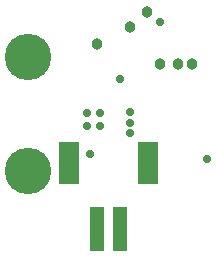
<source format=gbs>
G04*
G04 #@! TF.GenerationSoftware,Altium Limited,Altium Designer,19.1.6 (110)*
G04*
G04 Layer_Color=16711935*
%FSLAX25Y25*%
%MOIN*%
G70*
G01*
G75*
%ADD34C,0.15500*%
%ADD35C,0.03800*%
%ADD36C,0.02800*%
%ADD37C,0.02769*%
%ADD45R,0.06706X0.14186*%
%ADD46R,0.04800X0.14800*%
D34*
X32500Y38500D02*
D03*
Y76500D02*
D03*
D35*
X66500Y86500D02*
D03*
X55500Y80541D02*
D03*
X76500Y74000D02*
D03*
X72000Y91516D02*
D03*
X82500Y74000D02*
D03*
X87000D02*
D03*
D36*
X92000Y42500D02*
D03*
X53000Y44000D02*
D03*
X66500Y51000D02*
D03*
Y54250D02*
D03*
X76500Y88000D02*
D03*
X63000Y69000D02*
D03*
X66500Y58000D02*
D03*
D37*
X56503Y53341D02*
D03*
X52172D02*
D03*
X56503Y57671D02*
D03*
X52172D02*
D03*
D45*
X46000Y41000D02*
D03*
X72382Y41000D02*
D03*
D46*
X55244Y19150D02*
D03*
X63118Y19150D02*
D03*
M02*

</source>
